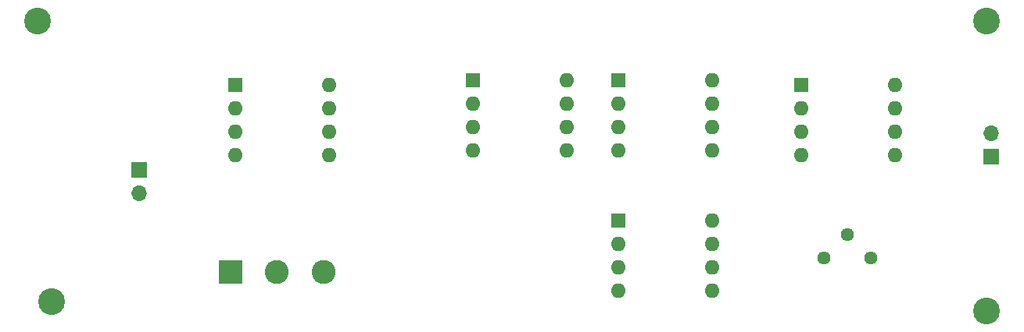
<source format=gbs>
G04 #@! TF.GenerationSoftware,KiCad,Pcbnew,(6.0.10)*
G04 #@! TF.CreationDate,2023-03-10T15:43:37+05:30*
G04 #@! TF.ProjectId,EDL,45444c2e-6b69-4636-9164-5f7063625858,rev?*
G04 #@! TF.SameCoordinates,Original*
G04 #@! TF.FileFunction,Soldermask,Bot*
G04 #@! TF.FilePolarity,Negative*
%FSLAX46Y46*%
G04 Gerber Fmt 4.6, Leading zero omitted, Abs format (unit mm)*
G04 Created by KiCad (PCBNEW (6.0.10)) date 2023-03-10 15:43:37*
%MOMM*%
%LPD*%
G01*
G04 APERTURE LIST*
%ADD10R,1.700000X1.700000*%
%ADD11O,1.700000X1.700000*%
%ADD12C,1.440000*%
%ADD13R,1.600000X1.600000*%
%ADD14O,1.600000X1.600000*%
%ADD15C,2.900000*%
%ADD16R,2.600000X2.600000*%
%ADD17C,2.600000*%
G04 APERTURE END LIST*
D10*
X163785000Y-78445000D03*
D11*
X163785000Y-75905000D03*
D12*
X150785000Y-89420000D03*
X148245000Y-86880000D03*
X145705000Y-89420000D03*
D13*
X123435000Y-85370000D03*
D14*
X123435000Y-87910000D03*
X123435000Y-90450000D03*
X123435000Y-92990000D03*
X133595000Y-92990000D03*
X133595000Y-90450000D03*
X133595000Y-87910000D03*
X133595000Y-85370000D03*
D13*
X107685000Y-70120000D03*
D14*
X107685000Y-72660000D03*
X107685000Y-75200000D03*
X107685000Y-77740000D03*
X117845000Y-77740000D03*
X117845000Y-75200000D03*
X117845000Y-72660000D03*
X117845000Y-70120000D03*
D13*
X143185000Y-70620000D03*
D14*
X143185000Y-73160000D03*
X143185000Y-75700000D03*
X143185000Y-78240000D03*
X153345000Y-78240000D03*
X153345000Y-75700000D03*
X153345000Y-73160000D03*
X153345000Y-70620000D03*
D13*
X123435000Y-70120000D03*
D14*
X123435000Y-72660000D03*
X123435000Y-75200000D03*
X123435000Y-77740000D03*
X133595000Y-77740000D03*
X133595000Y-75200000D03*
X133595000Y-72660000D03*
X133595000Y-70120000D03*
D15*
X62035000Y-94170000D03*
X60535000Y-63670000D03*
X163285000Y-63670000D03*
D16*
X81455000Y-90920000D03*
D17*
X86455000Y-90920000D03*
X91455000Y-90920000D03*
D15*
X163285000Y-95170000D03*
D13*
X81935000Y-70620000D03*
D14*
X81935000Y-73160000D03*
X81935000Y-75700000D03*
X81935000Y-78240000D03*
X92095000Y-78240000D03*
X92095000Y-75700000D03*
X92095000Y-73160000D03*
X92095000Y-70620000D03*
D10*
X71535000Y-79895000D03*
D11*
X71535000Y-82435000D03*
M02*

</source>
